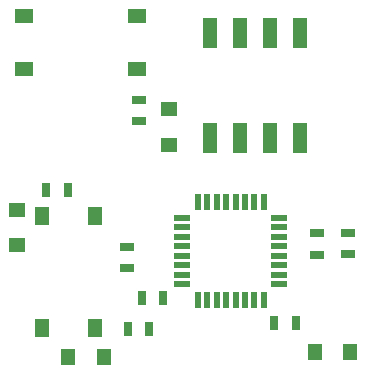
<source format=gtp>
G75*
%MOIN*%
%OFA0B0*%
%FSLAX25Y25*%
%IPPOS*%
%LPD*%
%AMOC8*
5,1,8,0,0,1.08239X$1,22.5*
%
%ADD10R,0.04724X0.03150*%
%ADD11R,0.04724X0.05512*%
%ADD12R,0.05512X0.04724*%
%ADD13R,0.03150X0.04724*%
%ADD14R,0.06102X0.05118*%
%ADD15R,0.05118X0.06102*%
%ADD16R,0.05000X0.10000*%
%ADD17R,0.05800X0.02000*%
%ADD18R,0.02000X0.05800*%
D10*
X0439790Y0162181D03*
X0439790Y0169268D03*
X0502979Y0166827D03*
X0513412Y0166906D03*
X0513412Y0173992D03*
X0502979Y0173913D03*
X0443727Y0211315D03*
X0443727Y0218402D03*
D11*
X0431995Y0132732D03*
X0420184Y0132732D03*
X0502231Y0134228D03*
X0514042Y0134228D03*
D12*
X0403018Y0169976D03*
X0403018Y0181787D03*
X0453806Y0203362D03*
X0453806Y0215173D03*
D13*
X0419908Y0188402D03*
X0412822Y0188402D03*
X0444672Y0152181D03*
X0451759Y0152181D03*
X0446995Y0141945D03*
X0439908Y0141945D03*
X0488845Y0143913D03*
X0495932Y0143913D03*
D14*
X0442861Y0228638D03*
X0405459Y0228638D03*
X0405459Y0246354D03*
X0442861Y0246354D03*
D15*
X0411365Y0142378D03*
X0429081Y0142378D03*
X0429081Y0179780D03*
X0411365Y0179780D03*
D16*
X0467388Y0205744D03*
X0477388Y0205744D03*
X0487388Y0205744D03*
X0497388Y0205744D03*
X0497388Y0240744D03*
X0487388Y0240744D03*
X0477388Y0240744D03*
X0467388Y0240744D03*
D17*
X0458078Y0178969D03*
X0458078Y0175869D03*
X0458078Y0172669D03*
X0458078Y0169569D03*
X0458078Y0166369D03*
X0458078Y0163269D03*
X0458078Y0160069D03*
X0458078Y0156969D03*
X0490478Y0156969D03*
X0490478Y0160069D03*
X0490478Y0163269D03*
X0490478Y0166369D03*
X0490478Y0169569D03*
X0490478Y0172669D03*
X0490478Y0175869D03*
X0490478Y0178969D03*
D18*
X0485278Y0184169D03*
X0482178Y0184169D03*
X0478978Y0184169D03*
X0475878Y0184169D03*
X0472678Y0184169D03*
X0469578Y0184169D03*
X0466378Y0184169D03*
X0463278Y0184169D03*
X0463278Y0151769D03*
X0466378Y0151769D03*
X0469578Y0151769D03*
X0472678Y0151769D03*
X0475878Y0151769D03*
X0478978Y0151769D03*
X0482178Y0151769D03*
X0485278Y0151769D03*
M02*

</source>
